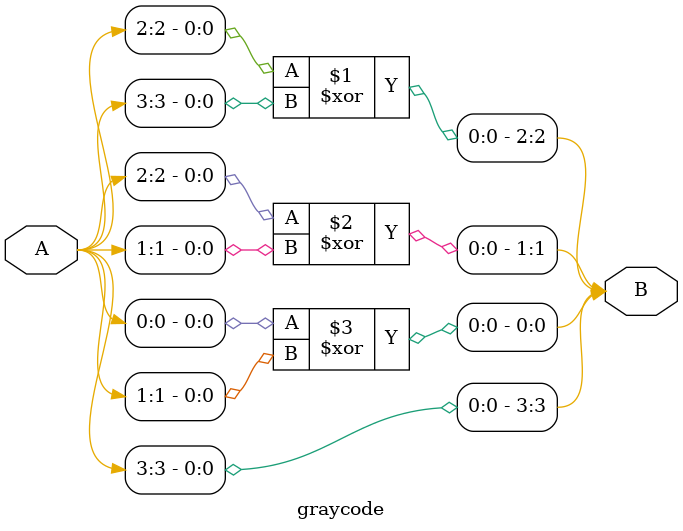
<source format=v>
`timescale 1ns / 1ps

module graycode(input [3:0] A, output [3:0] B);
assign B[3] = A[3];
assign B[2] = A[2]^A[3];
assign B[1] = A[2]^A[1];
assign B[0] = A[0]^A[1];
endmodule

//module gray_test;
//reg [3:0] A;
//wire [3:0] B;
//graycode CODE(A, B);
////Test Cases
//initial begin
//A = 4'b0000; #10;
//A = 4'b0001; #10;
//A = 4'b0010; #10;
//A = 4'b0011; #10;
//A = 4'b0100; #10;
//A = 4'b0101; #10;
//A = 4'b0110; #10;
//A = 4'b0111; #10;
//A = 4'b1000; #10;
//$finish;
//end
//endmodule
</source>
